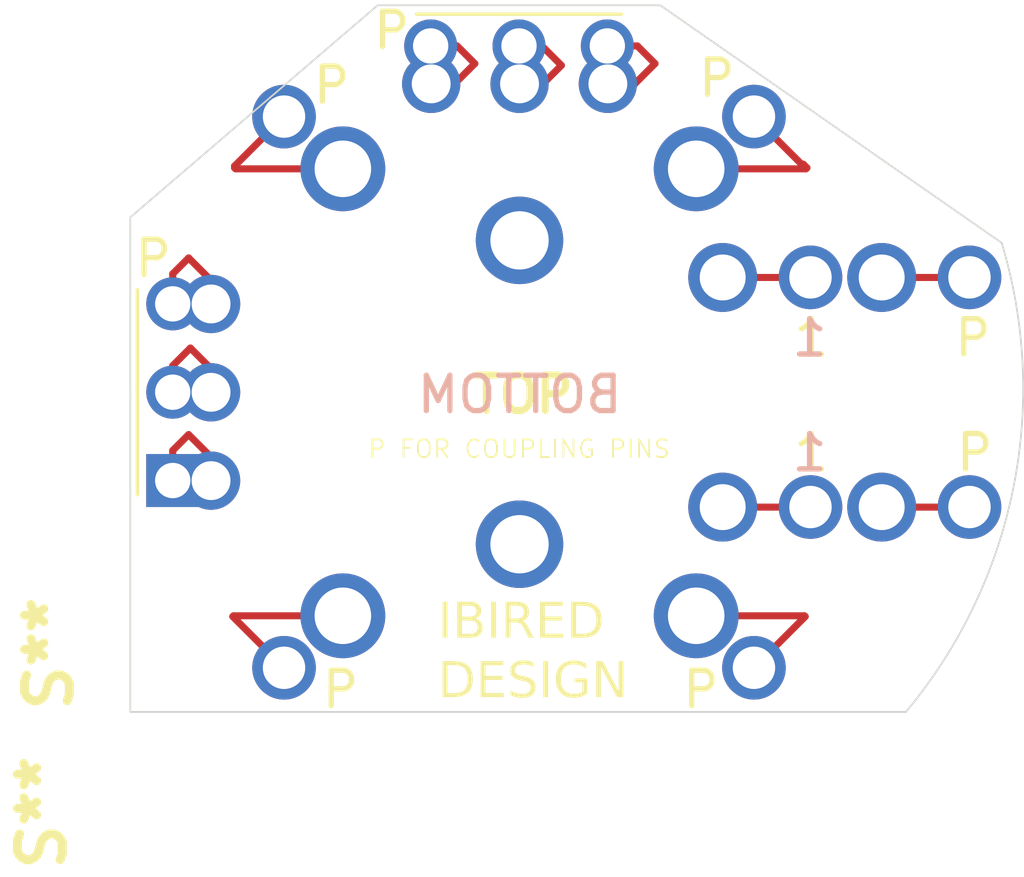
<source format=kicad_pcb>
(kicad_pcb (version 20240108) (generator "pcbnew") (generator_version "8.0")
  (layers (0 "F.Cu" signal) (31 "B.Cu" signal) (34 "B.Paste" user) (35 "F.Paste" user) (36 "B.SilkS" user "B.Silkscreen") (37 "F.SilkS" user "F.Silkscreen") (38 "B.Mask" user) (39 "F.Mask" user) (44 "Edge.Cuts" user))
  (net 0 "")
  (footprint "Multi-Directional Switch:RKJXV122400R" (layer "F.Cu") (at 149.2 98.5)
    (property "Reference" "S**" (at -13.5 9 90) (layer "F.SilkS") (effects (font (size 1.27 1.27) (thickness 0.254))))
    (property "Value" "RKJXV122400R" (hide yes))
    (pad "A1" thru_hole circle (at 5.565 4.853 90) (size 1.95 1.95) (drill 1.3) (layers "*.Cu" "*.Mask"))
    (pad "A11" thru_hole circle (at 2.315 -7.127 90) (size 1.65 1.65) (drill 1.1) (layers "*.Cu" "*.Mask"))
    (pad "A12" thru_hole circle (at -0.185 -7.127 90) (size 1.65 1.65) (drill 1.1) (layers "*.Cu" "*.Mask"))
    (pad "A13" thru_hole circle (at -2.685 -7.127 90) (size 1.65 1.65) (drill 1.1) (layers "*.Cu" "*.Mask"))
    (pad "B1" thru_hole circle (at 10.065 4.853 90) (size 1.95 1.95) (drill 1.3) (layers "*.Cu" "*.Mask"))
    (pad "B11" thru_hole circle (at -8.915 -0.897 90) (size 1.65 1.65) (drill 1.1) (layers "*.Cu" "*.Mask"))
    (pad "B12" thru_hole circle (at -8.915 1.603 90) (size 1.65 1.65) (drill 1.1) (layers "*.Cu" "*.Mask"))
    (pad "B13" thru_hole circle (at -8.915 4.103 90) (size 1.65 1.65) (drill 1.1) (layers "*.Cu" "*.Mask"))
    (pad "C1" thru_hole circle (at 5.565 -1.647 90) (size 1.95 1.95) (drill 1.3) (layers "*.Cu" "*.Mask"))
    (pad "D1" thru_hole circle (at 10.065 -1.647 90) (size 1.95 1.95) (drill 1.3) (layers "*.Cu" "*.Mask"))
    (pad "MH1" thru_hole circle (at 4.815 7.928 90) (size 2.4 2.4) (drill 1.6) (layers "*.Cu" "*.Mask"))
    (pad "MH2" thru_hole circle (at -5.185 7.928 90) (size 2.4 2.4) (drill 1.6) (layers "*.Cu" "*.Mask"))
    (pad "MH3" thru_hole circle (at 4.815 -4.722 90) (size 2.4 2.4) (drill 1.6) (layers "*.Cu" "*.Mask"))
    (pad "MH4" thru_hole circle (at -5.185 -4.722 90) (size 2.4 2.4) (drill 1.6) (layers "*.Cu" "*.Mask"))
    (pad "MH5" thru_hole circle (at -0.185 5.903 90) (size 2.475 2.475) (drill 1.65) (layers "*.Cu" "*.Mask"))
    (pad "MH6" thru_hole circle (at -0.185 -2.697 90) (size 2.475 2.475) (drill 1.65) (layers "*.Cu" "*.Mask"))
  )
  (footprint "Multi-Directional Switch:RKJXP1224002" (layer "F.Cu") (at 150 100)
    (property "Reference" "S**" (at -14.5 12 90) (layer "F.SilkS") (effects (font (size 1.27 1.27) (thickness 0.254))))
    (property "Value" "RKJXP1224002" (hide yes))
    (pad "1" thru_hole rect (at -10.8 2.6 90) (size 1.5 1.5) (drill 1) (layers "*.Cu" "*.Mask"))
    (pad "2" thru_hole circle (at -10.8 0.1 90) (size 1.5 1.5) (drill 1) (layers "*.Cu" "*.Mask"))
    (pad "3" thru_hole circle (at -10.8 -2.4 90) (size 1.5 1.5) (drill 1) (layers "*.Cu" "*.Mask"))
    (pad "4" thru_hole circle (at -3.5 -9.7 90) (size 1.5 1.5) (drill 1) (layers "*.Cu" "*.Mask"))
    (pad "5" thru_hole circle (at -1 -9.7 90) (size 1.5 1.5) (drill 1) (layers "*.Cu" "*.Mask"))
    (pad "6" thru_hole circle (at 1.5 -9.7 90) (size 1.5 1.5) (drill 1) (layers "*.Cu" "*.Mask"))
    (pad "7" thru_hole circle (at 7.25 -3.15 90) (size 1.8 1.8) (drill 1.2) (layers "*.Cu" "*.Mask"))
    (pad "8" thru_hole circle (at 7.25 3.35 90) (size 1.8 1.8) (drill 1.2) (layers "*.Cu" "*.Mask"))
    (pad "9" thru_hole circle (at 11.75 -3.15 90) (size 1.8 1.8) (drill 1.2) (layers "*.Cu" "*.Mask"))
    (pad "10" thru_hole circle (at 11.75 3.35 90) (size 1.8 1.8) (drill 1.2) (layers "*.Cu" "*.Mask"))
    (pad "MH1" thru_hole circle (at -7.65 7.9 90) (size 1.8 1.8) (drill 1.2) (layers "*.Cu" "*.Mask"))
    (pad "MH2" thru_hole circle (at -7.65 -7.7 90) (size 1.8 1.8) (drill 1.2) (layers "*.Cu" "*.Mask"))
    (pad "MH3" thru_hole circle (at 5.65 7.9 90) (size 1.8 1.8) (drill 1.2) (layers "*.Cu" "*.Mask"))
    (pad "MH4" thru_hole circle (at 5.65 -7.7 90) (size 1.8 1.8) (drill 1.2) (layers "*.Cu" "*.Mask"))
  )
  (gr_line (start 146.1 89.4) (end 151.9 89.4) (stroke (width 0.1)) (layer "F.SilkS"))
  (gr_line (start 138.2 97.2) (end 138.2 103) (stroke (width 0.1)) (layer "F.SilkS"))
  (gr_line (start 138 95.15) (end 138 100.1) (stroke (width 0.05)) (layer "Edge.Cuts"))
  (gr_line (start 153 89.15) (end 145 89.15) (stroke (width 0.05)) (layer "Edge.Cuts"))
  (gr_arc (start 162.662374 95.881197) (mid 162.980612 102.85788) (end 159.95 109.15) (stroke (width 0.05)) (layer "Edge.Cuts"))
  (gr_line (start 145 89.15) (end 138 95.15) (stroke (width 0.05)) (layer "Edge.Cuts"))
  (gr_line (start 162.668578 95.879326) (end 153 89.15) (stroke (width 0.05)) (layer "Edge.Cuts"))
  (gr_line (start 138 100.1) (end 138 109.15) (stroke (width 0.05)) (layer "Edge.Cuts"))
  (gr_line (start 138 109.15) (end 159.95 109.15) (stroke (width 0.05)) (layer "Edge.Cuts"))
  (gr_text "1" (at 157.8 99.15 0) (layer "B.SilkS") (effects (font (size 1 1)) (justify left bottom mirror)))
  (gr_text "1" (at 157.8 102.4 0) (layer "B.SilkS") (effects (font (size 1 1)) (justify left bottom mirror)))
  (gr_text "BOTTOM" (at 152 100.75 0) (layer "B.SilkS") (effects (font (size 1 1)) (justify left bottom mirror)))
  (gr_text "P" (at 161.3 102.4 0) (layer "F.SilkS") (effects (font (size 1 1)) (justify left bottom)))
  (gr_text "P" (at 153.55 109.1 0) (layer "F.SilkS") (effects (font (size 1 1)) (justify left bottom)))
  (gr_text "P" (at 143.35 109.1 0) (layer "F.SilkS") (effects (font (size 1 1)) (justify left bottom)))
  (gr_text "1" (at 156.7 102.4 0) (layer "F.SilkS") (effects (font (size 1 1)) (justify left bottom)))
  (gr_text "TOP" (at 149.1 100.75 0) (layer "F.SilkS") (effects (font (size 1 1) (thickness 0.2) (bold yes)) (justify bottom)))
  (gr_text "P" (at 138.05 96.9 0) (layer "F.SilkS") (effects (font (size 1 1)) (justify left bottom)))
  (gr_text "1" (at 156.7 99.15 0) (layer "F.SilkS") (effects (font (size 1 1)) (justify left bottom)))
  (gr_text "P FOR COUPLING PINS" (at 144.7 102 0) (layer "F.SilkS") (effects (font (size 0.5 0.5) (thickness 0.05)) (justify left bottom)))
  (gr_text "P" (at 161.25 99.15 0) (layer "F.SilkS") (effects (font (size 1 1)) (justify left bottom)))
  (gr_text "P" (at 154 91.8 0) (layer "F.SilkS") (effects (font (size 1 1)) (justify left bottom)))
  (gr_text "P" (at 143.1 92 0) (layer "F.SilkS") (effects (font (size 1 1)) (justify left bottom)))
  (gr_text "IBIRED\nDESIGN" (at 146.7 108.9 0) (layer "F.SilkS") (effects (font (size 1 1)) (justify left bottom)))
  (gr_text "P" (at 144.8 90.45 0) (layer "F.SilkS") (effects (font (size 1 1)) (justify left bottom)))
  (segment (start 154.015 93.778) (end 157.122 93.778) (width 0.2) (layer "F.Cu") (net 0))
  (segment (start 154.765 96.853) (end 157.247 96.853) (width 0.2) (layer "F.Cu") (net 0))
  (segment (start 140.95 93.7) (end 140.95 93.75) (width 0.2) (layer "F.Cu") (net 0))
  (segment (start 140.285 99.435) (end 140.285 100.103) (width 0.2) (layer "F.Cu") (net 0))
  (segment (start 147.177 91.373) (end 146.515 91.373) (width 0.2) (layer "F.Cu") (net 0))
  (segment (start 139.2 96.75) (end 139.65 96.3) (width 0.2) (layer "F.Cu") (net 0))
  (segment (start 140.285 101.935) (end 140.285 102.603) (width 0.2) (layer "F.Cu") (net 0))
  (segment (start 140.285 96.935) (end 140.285 97.603) (width 0.2) (layer "F.Cu") (net 0))
  (segment (start 144.015 106.428) (end 140.922 106.428) (width 0.2) (layer "F.Cu") (net 0))
  (segment (start 139.2 102.6) (end 139.2 101.75) (width 0.2) (layer "F.Cu") (net 0))
  (segment (start 146.5 90.3) (end 147.25 90.3) (width 0.2) (layer "F.Cu") (net 0))
  (segment (start 139.7 98.85) (end 140.285 99.435) (width 0.2) (layer "F.Cu") (net 0))
  (segment (start 157 93.65) (end 155.65 92.3) (width 0.2) (layer "F.Cu") (net 0))
  (segment (start 154.015 106.428) (end 157.078 106.428) (width 0.2) (layer "F.Cu") (net 0))
  (segment (start 152.85 90.8) (end 152.35 90.3) (width 0.2) (layer "F.Cu") (net 0))
  (segment (start 157.247 96.853) (end 157.25 96.85) (width 0.2) (layer "F.Cu") (net 0))
  (segment (start 139.2 99.35) (end 139.7 98.85) (width 0.2) (layer "F.Cu") (net 0))
  (segment (start 139.2 97.6) (end 139.2 96.75) (width 0.2) (layer "F.Cu") (net 0))
  (segment (start 157.1 106.45) (end 155.65 107.9) (width 0.2) (layer "F.Cu") (net 0))
  (segment (start 149 90.3) (end 149.65 90.3) (width 0.2) (layer "F.Cu") (net 0))
  (segment (start 151.515 91.373) (end 152.277 91.373) (width 0.2) (layer "F.Cu") (net 0))
  (segment (start 159.265 103.353) (end 161.747 103.353) (width 0.2) (layer "F.Cu") (net 0))
  (segment (start 157.122 93.778) (end 157.15 93.75) (width 0.2) (layer "F.Cu") (net 0))
  (segment (start 139.65 101.3) (end 140.285 101.935) (width 0.2) (layer "F.Cu") (net 0))
  (segment (start 140.922 106.428) (end 140.9 106.45) (width 0.2) (layer "F.Cu") (net 0))
  (segment (start 161.747 96.853) (end 161.75 96.85) (width 0.2) (layer "F.Cu") (net 0))
  (segment (start 147.75 90.8) (end 147.177 91.373) (width 0.2) (layer "F.Cu") (net 0))
  (segment (start 154.765 103.353) (end 157.247 103.353) (width 0.2) (layer "F.Cu") (net 0))
  (segment (start 157.247 103.353) (end 157.25 103.35) (width 0.2) (layer "F.Cu") (net 0))
  (segment (start 152.35 90.3) (end 151.5 90.3) (width 0.2) (layer "F.Cu") (net 0))
  (segment (start 147.25 90.3) (end 147.75 90.8) (width 0.2) (layer "F.Cu") (net 0))
  (segment (start 157.15 93.75) (end 157.05 93.65) (width 0.2) (layer "F.Cu") (net 0))
  (segment (start 139.65 96.3) (end 140.285 96.935) (width 0.2) (layer "F.Cu") (net 0))
  (segment (start 159.265 96.853) (end 161.747 96.853) (width 0.2) (layer "F.Cu") (net 0))
  (segment (start 149.677 91.373) (end 149.015 91.373) (width 0.2) (layer "F.Cu") (net 0))
  (segment (start 140.95 93.75) (end 140.978 93.778) (width 0.2) (layer "F.Cu") (net 0))
  (segment (start 149.65 90.3) (end 150.2 90.85) (width 0.2) (layer "F.Cu") (net 0))
  (segment (start 157.078 106.428) (end 157.1 106.45) (width 0.2) (layer "F.Cu") (net 0))
  (segment (start 152.277 91.373) (end 152.85 90.8) (width 0.2) (layer "F.Cu") (net 0))
  (segment (start 139.2 101.75) (end 139.65 101.3) (width 0.2) (layer "F.Cu") (net 0))
  (segment (start 157.05 93.65) (end 157 93.65) (width 0.2) (layer "F.Cu") (net 0))
  (segment (start 161.747 103.353) (end 161.75 103.35) (width 0.2) (layer "F.Cu") (net 0))
  (segment (start 139.2 100.1) (end 139.2 99.35) (width 0.2) (layer "F.Cu") (net 0))
  (segment (start 140.9 106.45) (end 142.35 107.9) (width 0.2) (layer "F.Cu") (net 0))
  (segment (start 140.978 93.778) (end 144.015 93.778) (width 0.2) (layer "F.Cu") (net 0))
  (segment (start 150.2 90.85) (end 149.677 91.373) (width 0.2) (layer "F.Cu") (net 0))
  (segment (start 142.35 92.3) (end 140.95 93.7) (width 0.2) (layer "F.Cu") (net 0))
)
</source>
